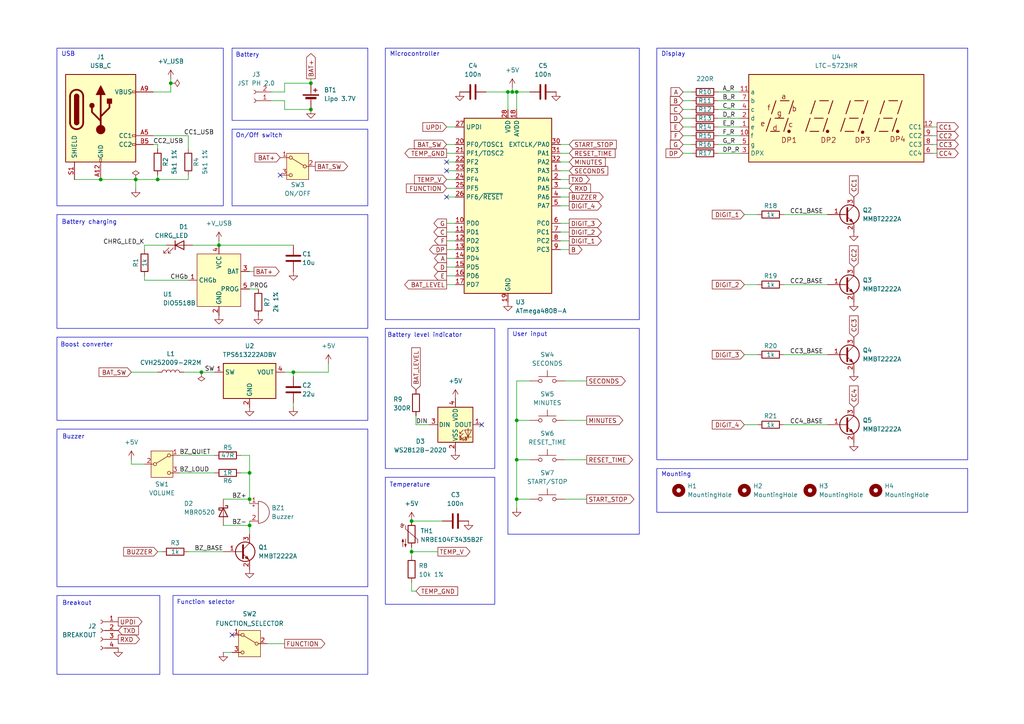
<source format=kicad_sch>
(kicad_sch (version 20231120) (generator "eeschema") (generator_version "8.0")
  (paper "A4")
  (title_block (title "Kitchen timer") (date "2024-09-03") (rev "v6.3") (company "TBR Designs") (comment 1 "Alarm configuration has become software"))
  (junction (at 45.72 52.07))
  (junction (at 85.09 107.95))
  (junction (at 72.39 144.78))
  (junction (at 72.39 137.16))
  (junction (at 119.38 151.13))
  (junction (at 72.39 152.4))
  (junction (at 148.59 26.67))
  (junction (at 90.17 31.75))
  (junction (at 149.86 121.92))
  (junction (at 147.32 26.67))
  (junction (at 63.5 71.12))
  (junction (at 49.53 24.13))
  (junction (at 149.86 26.67))
  (junction (at 39.37 52.07))
  (junction (at 90.17 24.13))
  (junction (at 58.42 107.95))
  (junction (at 149.86 144.78))
  (junction (at 29.21 52.07))
  (junction (at 149.86 133.35))
  (junction (at 119.38 160.02))
  (no_connect (at 139.7 123.19))
  (no_connect (at 129.54 46.99))
  (no_connect (at 129.54 57.15))
  (no_connect (at 81.28 50.8))
  (no_connect (at 67.31 184.15))
  (no_connect (at 129.54 49.53))
  (wire (pts (xy 77.47 186.69) (xy 82.55 186.69)))
  (wire (pts (xy 53.34 107.95) (xy 58.42 107.95)))
  (wire (pts (xy 227.33 82.55) (xy 240.03 82.55)))
  (wire (pts (xy 129.54 52.07) (xy 132.08 52.07)))
  (wire (pts (xy 119.38 168.91) (xy 119.38 171.45)))
  (wire (pts (xy 147.32 26.67) (xy 148.59 26.67)))
  (wire (pts (xy 153.67 110.49) (xy 149.86 110.49)))
  (wire (pts (xy 82.55 31.75) (xy 90.17 31.75)))
  (wire (pts (xy 163.83 133.35) (xy 170.18 133.35)))
  (wire (pts (xy 129.54 46.99) (xy 132.08 46.99)))
  (wire (pts (xy 45.72 41.91) (xy 45.72 43.18)))
  (wire (pts (xy 149.86 144.78) (xy 149.86 147.32)))
  (wire (pts (xy 45.72 52.07) (xy 54.61 52.07)))
  (wire (pts (xy 72.39 152.4) (xy 72.39 154.94)))
  (wire (pts (xy 227.33 102.87) (xy 240.03 102.87)))
  (wire (pts (xy 64.77 152.4) (xy 72.39 152.4)))
  (wire (pts (xy 38.1 107.95) (xy 45.72 107.95)))
  (wire (pts (xy 208.28 44.45) (xy 214.63 44.45)))
  (wire (pts (xy 72.39 78.74) (xy 73.66 78.74)))
  (wire (pts (xy 208.28 31.75) (xy 214.63 31.75)))
  (wire (pts (xy 85.09 107.95) (xy 95.25 107.95)))
  (wire (pts (xy 38.1 134.62) (xy 38.1 133.35)))
  (wire (pts (xy 63.5 71.12) (xy 85.09 71.12)))
  (wire (pts (xy 129.54 36.83) (xy 132.08 36.83)))
  (wire (pts (xy 129.54 82.55) (xy 132.08 82.55)))
  (wire (pts (xy 82.55 107.95) (xy 85.09 107.95)))
  (wire (pts (xy 148.59 26.67) (xy 148.59 25.4)))
  (wire (pts (xy 208.28 41.91) (xy 214.63 41.91)))
  (wire (pts (xy 149.86 26.67) (xy 148.59 26.67)))
  (wire (pts (xy 129.54 77.47) (xy 132.08 77.47)))
  (wire (pts (xy 39.37 52.07) (xy 39.37 54.61)))
  (wire (pts (xy 72.39 144.78) (xy 72.39 146.05)))
  (wire (pts (xy 198.12 39.37) (xy 200.66 39.37)))
  (wire (pts (xy 208.28 34.29) (xy 214.63 34.29)))
  (wire (pts (xy 82.55 29.21) (xy 78.74 29.21)))
  (wire (pts (xy 69.85 137.16) (xy 72.39 137.16)))
  (wire (pts (xy 271.78 36.83) (xy 270.51 36.83)))
  (wire (pts (xy 129.54 44.45) (xy 132.08 44.45)))
  (wire (pts (xy 62.23 137.16) (xy 52.07 137.16)))
  (wire (pts (xy 153.67 144.78) (xy 149.86 144.78)))
  (wire (pts (xy 198.12 26.67) (xy 200.66 26.67)))
  (wire (pts (xy 41.91 81.28) (xy 54.61 81.28)))
  (wire (pts (xy 129.54 64.77) (xy 132.08 64.77)))
  (wire (pts (xy 69.85 132.08) (xy 72.39 132.08)))
  (wire (pts (xy 45.72 50.8) (xy 45.72 52.07)))
  (wire (pts (xy 41.91 80.01) (xy 41.91 81.28)))
  (wire (pts (xy 72.39 83.82) (xy 74.93 83.82)))
  (wire (pts (xy 129.54 74.93) (xy 132.08 74.93)))
  (wire (pts (xy 85.09 118.11) (xy 85.09 116.84)))
  (wire (pts (xy 21.59 52.07) (xy 29.21 52.07)))
  (wire (pts (xy 198.12 31.75) (xy 200.66 31.75)))
  (wire (pts (xy 165.1 52.07) (xy 162.56 52.07)))
  (wire (pts (xy 208.28 39.37) (xy 214.63 39.37)))
  (wire (pts (xy 119.38 171.45) (xy 120.65 171.45)))
  (wire (pts (xy 165.1 49.53) (xy 162.56 49.53)))
  (wire (pts (xy 149.86 121.92) (xy 149.86 133.35)))
  (wire (pts (xy 95.25 107.95) (xy 95.25 105.41)))
  (wire (pts (xy 82.55 26.67) (xy 78.74 26.67)))
  (wire (pts (xy 129.54 54.61) (xy 132.08 54.61)))
  (wire (pts (xy 129.54 49.53) (xy 132.08 49.53)))
  (wire (pts (xy 140.97 26.67) (xy 147.32 26.67)))
  (wire (pts (xy 29.21 52.07) (xy 39.37 52.07)))
  (wire (pts (xy 227.33 123.19) (xy 240.03 123.19)))
  (wire (pts (xy 85.09 109.22) (xy 85.09 107.95)))
  (wire (pts (xy 147.32 31.75) (xy 147.32 26.67)))
  (wire (pts (xy 119.38 151.13) (xy 128.27 151.13)))
  (wire (pts (xy 44.45 41.91) (xy 45.72 41.91)))
  (wire (pts (xy 119.38 160.02) (xy 127 160.02)))
  (wire (pts (xy 120.65 123.19) (xy 124.46 123.19)))
  (wire (pts (xy 198.12 29.21) (xy 200.66 29.21)))
  (wire (pts (xy 129.54 69.85) (xy 132.08 69.85)))
  (wire (pts (xy 163.83 110.49) (xy 170.18 110.49)))
  (wire (pts (xy 39.37 52.07) (xy 45.72 52.07)))
  (wire (pts (xy 54.61 160.02) (xy 64.77 160.02)))
  (wire (pts (xy 198.12 36.83) (xy 200.66 36.83)))
  (wire (pts (xy 44.45 39.37) (xy 54.61 39.37)))
  (wire (pts (xy 129.54 41.91) (xy 132.08 41.91)))
  (wire (pts (xy 129.54 57.15) (xy 132.08 57.15)))
  (wire (pts (xy 208.28 29.21) (xy 214.63 29.21)))
  (wire (pts (xy 90.17 22.86) (xy 90.17 24.13)))
  (wire (pts (xy 129.54 80.01) (xy 132.08 80.01)))
  (wire (pts (xy 120.65 120.65) (xy 120.65 123.19)))
  (wire (pts (xy 49.53 24.13) (xy 49.53 26.67)))
  (wire (pts (xy 149.86 26.67) (xy 153.67 26.67)))
  (wire (pts (xy 63.5 69.85) (xy 63.5 71.12)))
  (wire (pts (xy 55.88 71.12) (xy 63.5 71.12)))
  (wire (pts (xy 72.39 132.08) (xy 72.39 137.16)))
  (wire (pts (xy 165.1 59.69) (xy 162.56 59.69)))
  (wire (pts (xy 149.86 110.49) (xy 149.86 121.92)))
  (wire (pts (xy 165.1 54.61) (xy 162.56 54.61)))
  (wire (pts (xy 215.9 82.55) (xy 219.71 82.55)))
  (wire (pts (xy 271.78 41.91) (xy 270.51 41.91)))
  (wire (pts (xy 165.1 72.39) (xy 162.56 72.39)))
  (wire (pts (xy 72.39 137.16) (xy 72.39 144.78)))
  (wire (pts (xy 165.1 57.15) (xy 162.56 57.15)))
  (wire (pts (xy 165.1 67.31) (xy 162.56 67.31)))
  (wire (pts (xy 165.1 69.85) (xy 162.56 69.85)))
  (wire (pts (xy 215.9 62.23) (xy 219.71 62.23)))
  (wire (pts (xy 119.38 160.02) (xy 119.38 161.29)))
  (wire (pts (xy 82.55 24.13) (xy 82.55 26.67)))
  (wire (pts (xy 227.33 62.23) (xy 240.03 62.23)))
  (wire (pts (xy 198.12 34.29) (xy 200.66 34.29)))
  (wire (pts (xy 208.28 36.83) (xy 214.63 36.83)))
  (wire (pts (xy 58.42 107.95) (xy 62.23 107.95)))
  (wire (pts (xy 198.12 41.91) (xy 200.66 41.91)))
  (wire (pts (xy 271.78 44.45) (xy 270.51 44.45)))
  (wire (pts (xy 208.28 26.67) (xy 214.63 26.67)))
  (wire (pts (xy 41.91 71.12) (xy 41.91 72.39)))
  (wire (pts (xy 271.78 39.37) (xy 270.51 39.37)))
  (wire (pts (xy 165.1 64.77) (xy 162.56 64.77)))
  (wire (pts (xy 215.9 123.19) (xy 219.71 123.19)))
  (wire (pts (xy 48.26 71.12) (xy 41.91 71.12)))
  (wire (pts (xy 165.1 44.45) (xy 162.56 44.45)))
  (wire (pts (xy 163.83 121.92) (xy 170.18 121.92)))
  (wire (pts (xy 72.39 151.13) (xy 72.39 152.4)))
  (wire (pts (xy 54.61 39.37) (xy 54.61 43.18)))
  (wire (pts (xy 129.54 67.31) (xy 132.08 67.31)))
  (wire (pts (xy 49.53 26.67) (xy 44.45 26.67)))
  (wire (pts (xy 153.67 121.92) (xy 149.86 121.92)))
  (wire (pts (xy 163.83 144.78) (xy 170.18 144.78)))
  (wire (pts (xy 64.77 144.78) (xy 72.39 144.78)))
  (wire (pts (xy 49.53 22.86) (xy 49.53 24.13)))
  (wire (pts (xy 129.54 72.39) (xy 132.08 72.39)))
  (wire (pts (xy 153.67 133.35) (xy 149.86 133.35)))
  (wire (pts (xy 149.86 31.75) (xy 149.86 26.67)))
  (wire (pts (xy 82.55 29.21) (xy 82.55 31.75)))
  (wire (pts (xy 54.61 50.8) (xy 54.61 52.07)))
  (wire (pts (xy 215.9 102.87) (xy 219.71 102.87)))
  (wire (pts (xy 82.55 24.13) (xy 90.17 24.13)))
  (wire (pts (xy 165.1 41.91) (xy 162.56 41.91)))
  (wire (pts (xy 165.1 46.99) (xy 162.56 46.99)))
  (wire (pts (xy 64.77 189.23) (xy 67.31 189.23)))
  (wire (pts (xy 198.12 44.45) (xy 200.66 44.45)))
  (wire (pts (xy 62.23 132.08) (xy 52.07 132.08)))
  (wire (pts (xy 45.72 160.02) (xy 46.99 160.02)))
  (wire (pts (xy 119.38 158.75) (xy 119.38 160.02)))
  (wire (pts (xy 149.86 133.35) (xy 149.86 144.78)))
  (wire (pts (xy 41.91 134.62) (xy 38.1 134.62)))
  (rectangle (start 16.51 172.72) (end 46.355 195.58))
  (rectangle (start 190.5 135.89) (end 280.67 148.59))
  (rectangle (start 111.76 95.25) (end 143.51 135.89))
  (rectangle (start 67.31 13.97) (end 106.68 34.925))
  (rectangle (start 190.5 13.97) (end 280.67 133.35))
  (rectangle (start 16.51 97.79) (end 106.68 121.92))
  (rectangle (start 111.76 13.97) (end 185.42 92.71))
  (rectangle (start 67.31 37.465) (end 106.68 59.69))
  (rectangle (start 50.165 172.72) (end 106.68 195.58))
  (rectangle (start 16.51 62.23) (end 106.68 95.25))
  (rectangle (start 111.76 138.43) (end 143.51 175.26))
  (rectangle (start 16.51 124.46) (end 106.68 170.18))
  (rectangle (start 16.51 13.97) (end 64.77 59.69))
  (rectangle (start 147.32 95.25) (end 185.42 154.94))
  (text "Buzzer" (at 18.034 127.508 0) (effects (font (size 1.27 1.27)) (justify left bottom)))
  (text "Temperature" (at 118.872 140.716 0) (effects (font (size 1.27 1.27))))
  (text "Breakout" (at 18.034 175.768 0) (effects (font (size 1.27 1.27)) (justify left bottom)))
  (text "Battery charging" (at 25.908 64.516 0) (effects (font (size 1.27 1.27))))
  (text "Display" (at 191.77 16.51 0) (effects (font (size 1.27 1.27)) (justify left bottom)))
  (text "Boost converter" (at 25.146 100.076 0) (effects (font (size 1.27 1.27))))
  (text "Battery level indicator" (at 123.19 97.282 0) (effects (font (size 1.27 1.27))))
  (text "Function selector" (at 59.69 174.752 0) (effects (font (size 1.27 1.27))))
  (text "Battery" (at 68.326 16.764 0) (effects (font (size 1.27 1.27)) (justify left bottom)))
  (text "USB" (at 17.78 16.51 0) (effects (font (size 1.27 1.27)) (justify left bottom)))
  (text "User input" (at 148.59 97.79 0) (effects (font (size 1.27 1.27)) (justify left bottom)))
  (text "Mounting" (at 191.77 138.43 0) (effects (font (size 1.27 1.27)) (justify left bottom)))
  (text "Microcontroller" (at 113.03 16.51 0) (effects (font (size 1.27 1.27)) (justify left bottom)))
  (text "On/Off switch" (at 68.326 40.132 0) (effects (font (size 1.27 1.27)) (justify left bottom)))
  (label "E_R" (at 209.55 36.83 0))
  (label "PROG" (at 72.39 83.82 0))
  (label "CC2_BASE" (at 238.76 82.55 180))
  (label "BZ+" (at 67.31 144.78 0))
  (label "G_R" (at 209.55 41.91 0))
  (label "CHGb" (at 54.61 81.28 180))
  (label "BZ_LOUD" (at 52.07 137.16 0))
  (label "CC2_USB" (at 44.45 41.91 0))
  (label "BZ_QUIET" (at 52.07 132.08 0))
  (label "CC1_BASE" (at 238.76 62.23 180))
  (label "DP_R" (at 209.55 44.45 0))
  (label "CHRG_LED_K" (at 41.91 71.12 180))
  (label "CC3_BASE" (at 238.76 102.87 180))
  (label "D_R" (at 209.55 34.29 0))
  (label "B_R" (at 209.55 29.21 0))
  (label "A_R" (at 209.55 26.67 0))
  (label "DIN" (at 120.65 123.19 0))
  (label "C_R" (at 209.55 31.75 0))
  (label "SW" (at 62.23 107.95 180))
  (label "F_R" (at 209.55 39.37 0))
  (label "CC4_BASE" (at 238.76 123.19 180))
  (label "CC1_USB" (at 53.34 39.37 0))
  (label "BZ_BASE" (at 64.77 160.02 180))
  (label "BZ-" (at 67.31 152.4 0))
  (global_label "RESET_TIME" (shape output) (at 170.18 133.35 0) (property "Intersheetrefs" "${INTERSHEET_REFS}" (effects (hide yes))))
  (global_label "E" (shape input) (at 198.12 36.83 180) (property "Intersheetrefs" "${INTERSHEET_REFS}" (effects (hide yes))))
  (global_label "BAT_LEVEL" (shape output) (at 129.54 82.55 180) (property "Intersheetrefs" "${INTERSHEET_REFS}" (effects (hide yes))))
  (global_label "CC3" (shape input) (at 247.65 97.79 90) (property "Intersheetrefs" "${INTERSHEET_REFS}" (effects (hide yes))))
  (global_label "TEMP_GND" (shape output) (at 129.54 44.45 180) (property "Intersheetrefs" "${INTERSHEET_REFS}" (effects (hide yes))))
  (global_label "FUNCTION" (shape output) (at 82.55 186.69 0) (property "Intersheetrefs" "${INTERSHEET_REFS}" (effects (hide yes))))
  (global_label "DP" (shape output) (at 129.54 72.39 180) (property "Intersheetrefs" "${INTERSHEET_REFS}" (effects (hide yes))))
  (global_label "RESET_TIME" (shape input) (at 165.1 44.45 0) (property "Intersheetrefs" "${INTERSHEET_REFS}" (effects (hide yes))))
  (global_label "BAT_SW" (shape input) (at 38.1 107.95 180) (property "Intersheetrefs" "${INTERSHEET_REFS}" (effects (hide yes))))
  (global_label "RXD" (shape output) (at 34.29 185.42 0) (property "Intersheetrefs" "${INTERSHEET_REFS}" (effects (hide yes))))
  (global_label "BAT_SW" (shape output) (at 91.44 48.26 0) (property "Intersheetrefs" "${INTERSHEET_REFS}" (effects (hide yes))))
  (global_label "DIGIT_2" (shape output) (at 165.1 67.31 0) (property "Intersheetrefs" "${INTERSHEET_REFS}" (effects (hide yes))))
  (global_label "UPDI" (shape input) (at 129.54 36.83 180) (property "Intersheetrefs" "${INTERSHEET_REFS}" (effects (hide yes))))
  (global_label "SECONDS" (shape input) (at 165.1 49.53 0) (property "Intersheetrefs" "${INTERSHEET_REFS}" (effects (hide yes))))
  (global_label "TEMP_GND" (shape input) (at 120.65 171.45 0) (property "Intersheetrefs" "${INTERSHEET_REFS}" (effects (hide yes))))
  (global_label "B" (shape input) (at 198.12 29.21 180) (property "Intersheetrefs" "${INTERSHEET_REFS}" (effects (hide yes))))
  (global_label "CC1" (shape output) (at 271.78 36.83 0) (property "Intersheetrefs" "${INTERSHEET_REFS}" (effects (hide yes))))
  (global_label "CC3" (shape output) (at 271.78 41.91 0) (property "Intersheetrefs" "${INTERSHEET_REFS}" (effects (hide yes))))
  (global_label "RXD" (shape input) (at 165.1 54.61 0) (property "Intersheetrefs" "${INTERSHEET_REFS}" (effects (hide yes))))
  (global_label "DIGIT_3" (shape input) (at 215.9 102.87 180) (property "Intersheetrefs" "${INTERSHEET_REFS}" (effects (hide yes))))
  (global_label "BAT+" (shape input) (at 81.28 45.72 180) (property "Intersheetrefs" "${INTERSHEET_REFS}" (effects (hide yes))))
  (global_label "A" (shape input) (at 198.12 26.67 180) (property "Intersheetrefs" "${INTERSHEET_REFS}" (effects (hide yes))))
  (global_label "TEMP_V" (shape output) (at 127 160.02 0) (property "Intersheetrefs" "${INTERSHEET_REFS}" (effects (hide yes))))
  (global_label "D" (shape input) (at 198.12 34.29 180) (property "Intersheetrefs" "${INTERSHEET_REFS}" (effects (hide yes))))
  (global_label "BAT+" (shape output) (at 73.66 78.74 0) (property "Intersheetrefs" "${INTERSHEET_REFS}" (effects (hide yes))))
  (global_label "BUZZER" (shape output) (at 165.1 57.15 0) (property "Intersheetrefs" "${INTERSHEET_REFS}" (effects (hide yes))))
  (global_label "DIGIT_1" (shape input) (at 215.9 62.23 180) (property "Intersheetrefs" "${INTERSHEET_REFS}" (effects (hide yes))))
  (global_label "DIGIT_3" (shape output) (at 165.1 64.77 0) (property "Intersheetrefs" "${INTERSHEET_REFS}" (effects (hide yes))))
  (global_label "SECONDS" (shape output) (at 170.18 110.49 0) (property "Intersheetrefs" "${INTERSHEET_REFS}" (effects (hide yes))))
  (global_label "D" (shape output) (at 129.54 77.47 180) (property "Intersheetrefs" "${INTERSHEET_REFS}" (effects (hide yes))))
  (global_label "CC4" (shape output) (at 271.78 44.45 0) (property "Intersheetrefs" "${INTERSHEET_REFS}" (effects (hide yes))))
  (global_label "BAT_SW" (shape input) (at 129.54 41.91 180) (property "Intersheetrefs" "${INTERSHEET_REFS}" (effects (hide yes))))
  (global_label "TXD" (shape output) (at 165.1 52.07 0) (property "Intersheetrefs" "${INTERSHEET_REFS}" (effects (hide yes))))
  (global_label "BAT_LEVEL" (shape input) (at 120.65 113.03 90) (property "Intersheetrefs" "${INTERSHEET_REFS}" (effects (hide yes))))
  (global_label "CC2" (shape input) (at 247.65 77.47 90) (property "Intersheetrefs" "${INTERSHEET_REFS}" (effects (hide yes))))
  (global_label "START_STOP" (shape input) (at 165.1 41.91 0) (property "Intersheetrefs" "${INTERSHEET_REFS}" (effects (hide yes))))
  (global_label "DIGIT_1" (shape output) (at 165.1 69.85 0) (property "Intersheetrefs" "${INTERSHEET_REFS}" (effects (hide yes))))
  (global_label "B" (shape output) (at 165.1 72.39 0) (property "Intersheetrefs" "${INTERSHEET_REFS}" (effects (hide yes))))
  (global_label "A" (shape output) (at 129.54 74.93 180) (property "Intersheetrefs" "${INTERSHEET_REFS}" (effects (hide yes))))
  (global_label "BAT+" (shape output) (at 90.17 22.86 90) (property "Intersheetrefs" "${INTERSHEET_REFS}" (effects (hide yes))))
  (global_label "TXD" (shape input) (at 34.29 182.88 0) (property "Intersheetrefs" "${INTERSHEET_REFS}" (effects (hide yes))))
  (global_label "F" (shape output) (at 129.54 69.85 180) (property "Intersheetrefs" "${INTERSHEET_REFS}" (effects (hide yes))))
  (global_label "G" (shape output) (at 129.54 64.77 180) (property "Intersheetrefs" "${INTERSHEET_REFS}" (effects (hide yes))))
  (global_label "C" (shape input) (at 198.12 31.75 180) (property "Intersheetrefs" "${INTERSHEET_REFS}" (effects (hide yes))))
  (global_label "MINUTES" (shape input) (at 165.1 46.99 0) (property "Intersheetrefs" "${INTERSHEET_REFS}" (effects (hide yes))))
  (global_label "CC1" (shape input) (at 247.65 57.15 90) (property "Intersheetrefs" "${INTERSHEET_REFS}" (effects (hide yes))))
  (global_label "F" (shape input) (at 198.12 39.37 180) (property "Intersheetrefs" "${INTERSHEET_REFS}" (effects (hide yes))))
  (global_label "TEMP_V" (shape input) (at 129.54 52.07 180) (property "Intersheetrefs" "${INTERSHEET_REFS}" (effects (hide yes))))
  (global_label "DIGIT_4" (shape input) (at 215.9 123.19 180) (property "Intersheetrefs" "${INTERSHEET_REFS}" (effects (hide yes))))
  (global_label "BUZZER" (shape input) (at 45.72 160.02 180) (property "Intersheetrefs" "${INTERSHEET_REFS}" (effects (hide yes))))
  (global_label "CC4" (shape input) (at 247.65 118.11 90) (property "Intersheetrefs" "${INTERSHEET_REFS}" (effects (hide yes))))
  (global_label "MINUTES" (shape output) (at 170.18 121.92 0) (property "Intersheetrefs" "${INTERSHEET_REFS}" (effects (hide yes))))
  (global_label "UPDI" (shape output) (at 34.29 180.34 0) (property "Intersheetrefs" "${INTERSHEET_REFS}" (effects (hide yes))))
  (global_label "CC2" (shape output) (at 271.78 39.37 0) (property "Intersheetrefs" "${INTERSHEET_REFS}" (effects (hide yes))))
  (global_label "DIGIT_4" (shape output) (at 165.1 59.69 0) (property "Intersheetrefs" "${INTERSHEET_REFS}" (effects (hide yes))))
  (global_label "C" (shape output) (at 129.54 67.31 180) (property "Intersheetrefs" "${INTERSHEET_REFS}" (effects (hide yes))))
  (global_label "DIGIT_2" (shape input) (at 215.9 82.55 180) (property "Intersheetrefs" "${INTERSHEET_REFS}" (effects (hide yes))))
  (global_label "E" (shape output) (at 129.54 80.01 180) (property "Intersheetrefs" "${INTERSHEET_REFS}" (effects (hide yes))))
  (global_label "FUNCTION" (shape input) (at 129.54 54.61 180) (property "Intersheetrefs" "${INTERSHEET_REFS}" (effects (hide yes))))
  (global_label "START_STOP" (shape output) (at 170.18 144.78 0) (property "Intersheetrefs" "${INTERSHEET_REFS}" (effects (hide yes))))
  (global_label "DP" (shape input) (at 198.12 44.45 180) (property "Intersheetrefs" "${INTERSHEET_REFS}" (effects (hide yes))))
  (global_label "G" (shape input) (at 198.12 41.91 180) (property "Intersheetrefs" "${INTERSHEET_REFS}" (effects (hide yes))))
  (symbol (lib_id "00_local:R") (at 204.47 26.67 90) (unit 1)
    (property "Reference" "R10" (at 204.47 26.67 90))
    (property "Value" "220R" (at 204.47 22.86 90))
    (property "Footprint" "00_local:R_0805_2012Metric_Pad1.20x1.40mm_HandSolder" (effects (hide yes)))
    (property "Description" "Resistor" (effects (hide yes)))
  )
  (symbol (lib_id "00_local:PWR_FLAG") (at 49.53 24.13 270) (unit 1)
    (property "Reference" "#FLG02" (effects (hide yes)))
    (property "Value" "PWR_FLAG" (effects (hide yes)))
    (property "Description" "Special symbol for telling ERC where power comes from" (effects (hide yes)))
  )
  (symbol (lib_id "00_local:GND") (at 72.39 165.1 0) (unit 1)
    (property "Reference" "#PWR09" (effects (hide yes)))
    (property "Value" "GND" (effects (hide yes)))
    (property "Description" "Power symbol creates a global label with name \"GND\" , ground" (effects (hide yes)))
  )
  (symbol (lib_id "00_local:R") (at 223.52 82.55 90) (unit 1)
    (property "Reference" "R19" (at 223.52 80.01 90))
    (property "Value" "1k" (at 223.52 82.55 90))
    (property "Footprint" "00_local:R_0805_2012Metric_Pad1.20x1.40mm_HandSolder" (effects (hide yes)))
    (property "Description" "Resistor" (effects (hide yes)))
  )
  (symbol (lib_id "00_local:+5V") (at 38.1 133.35 0) (unit 1)
    (property "Reference" "#PWR02" (effects (hide yes)))
    (property "Value" "+5V" (at 38.1 128.27 0))
    (property "Description" "Power symbol creates a global label with name \"+5V\"" (effects (hide yes)))
  )
  (symbol (lib_id "00_local:MMBT2222A") (at 245.11 62.23 0) (unit 1)
    (property "Reference" "Q2" (at 250.19 60.9599 0) (effects (justify left)))
    (property "Value" "MMBT2222A" (at 250.19 63.4999 0) (effects (justify left)))
    (property "Footprint" "00_local:SOT-23-3" (effects (hide yes)))
    (property "Datasheet" "https://www.mouser.be/datasheet/2/258/MMBT2222A_SOT_23_-3423314.pdf" (effects (hide yes)))
    (property "Description" "0.6A Ic, 40V Vce, NPN Transistor, SOT-23" (effects (hide yes)))
  )
  (symbol (lib_id "00_local:C") (at 132.08 151.13 270) (unit 1)
    (property "Reference" "C3" (at 132.08 143.51 90))
    (property "Value" "100n" (at 132.08 146.05 90))
    (property "Footprint" "00_local:C_0805_2012Metric_Pad1.18x1.45mm_HandSolder" (effects (hide yes)))
    (property "Description" "Unpolarized capacitor" (effects (hide yes)))
  )
  (symbol (lib_id "00_local:R") (at 120.65 116.84 180) (unit 1)
    (property "Reference" "R9" (at 114.046 115.824 0) (effects (justify right)))
    (property "Value" "300R" (at 114.046 118.364 0) (effects (justify right)))
    (property "Footprint" "00_local:R_0805_2012Metric_Pad1.20x1.40mm_HandSolder" (effects (hide yes)))
    (property "Description" "Resistor" (effects (hide yes)))
  )
  (symbol (lib_id "00_local:DIO5518B") (at 63.5 81.28 0) (unit 1)
    (property "Reference" "U1" (at 47.244 85.344 0) (effects (justify left)))
    (property "Value" "DIO5518B" (at 47.244 87.884 0) (effects (justify left)))
    (property "Footprint" "00_local:SOT-23-5" (effects (hide yes)))
    (property "Datasheet" "https://www.mouser.be/datasheet/2/802/dimi_s_a0009241970_1-2295083.pdf" (effects (hide yes)))
    (property "Description" "500mA Single Li-ion Battery Charger" (effects (hide yes)))
    (property "Source" "https://www.mouser.be/ProductDetail/DIOO-Microcircuits/DIO5518BST5?qs=%252BEew9%252B0nqrDWUKQb5S0MHA%3D%3D" (effects (hide yes)))
  )
  (symbol (lib_id "00_local:WS2812B-2020") (at 132.08 123.19 0) (unit 1)
    (property "Reference" "D3" (at 121.92 128.016 0))
    (property "Value" "WS2812B-2020" (at 121.92 130.556 0))
    (property "Footprint" "00_local:LED_WS2812B-2020_2.0x2.0mm" (effects (hide yes)))
    (property "Datasheet" "https://cdn-shop.adafruit.com/product-files/4684/4684_WS2812B-2020_V1.3_EN.pdf" (effects (hide yes)))
    (property "Description" "RGB LED with integrated controller, 2.0 x 2.0 mm, 12 mA" (effects (hide yes)))
  )
  (symbol (lib_id "00_local:GND") (at 247.65 87.63 0) (unit 1)
    (property "Reference" "#PWR025" (effects (hide yes)))
    (property "Value" "GND" (effects (hide yes)))
    (property "Description" "Power symbol creates a global label with name \"GND\" , ground" (effects (hide yes)))
  )
  (symbol (lib_id "00_local:LED") (at 52.07 71.12 0) (unit 1)
    (property "Reference" "D1" (at 54.61 65.786 0) (effects (justify right)))
    (property "Value" "CHRG_LED" (at 54.61 68.326 0) (effects (justify right)))
    (property "Footprint" "00_local:D_0805_2012Metric_Pad1.15x1.40mm_HandSolder" (effects (hide yes)))
    (property "Description" "Light emitting diode" (effects (hide yes)))
  )
  (symbol (lib_id "00_local:GND") (at 149.86 147.32 0) (unit 1)
    (property "Reference" "#PWR022" (effects (hide yes)))
    (property "Value" "GND" (effects (hide yes)))
    (property "Description" "Power symbol creates a global label with name \"GND\" , ground" (effects (hide yes)))
  )
  (symbol (lib_id "00_local:R") (at 66.04 137.16 270) (unit 1)
    (property "Reference" "R6" (at 66.04 139.446 90))
    (property "Value" "1R" (at 66.04 137.16 90))
    (property "Footprint" "00_local:R_0805_2012Metric_Pad1.20x1.40mm_HandSolder" (effects (hide yes)))
    (property "Description" "Resistor" (effects (hide yes)))
  )
  (symbol (lib_id "00_local:GND") (at 247.65 67.31 0) (unit 1)
    (property "Reference" "#PWR024" (effects (hide yes)))
    (property "Value" "GND" (effects (hide yes)))
    (property "Description" "Power symbol creates a global label with name \"GND\" , ground" (effects (hide yes)))
  )
  (symbol (lib_id "00_local:R") (at 204.47 39.37 90) (unit 1)
    (property "Reference" "R15" (at 204.47 39.37 90))
    (property "Value" "220R" (effects (hide yes)))
    (property "Footprint" "00_local:R_0805_2012Metric_Pad1.20x1.40mm_HandSolder" (effects (hide yes)))
    (property "Description" "Resistor" (effects (hide yes)))
  )
  (symbol (lib_id "00_local:SW_SPDT") (at 86.36 48.26 0) (mirror y) (unit 1)
    (property "Reference" "SW3" (at 86.36 53.594 0))
    (property "Value" "ON/OFF" (at 86.36 56.134 0))
    (property "Footprint" "00_local:SW_Slide_SPDT_MINI" (effects (hide yes)))
    (property "Description" "Switch, single pole double throw" (effects (hide yes)))
  )
  (symbol (lib_id "00_local:R") (at 204.47 44.45 90) (unit 1)
    (property "Reference" "R17" (at 204.47 44.45 90))
    (property "Value" "220R" (effects (hide yes)))
    (property "Footprint" "00_local:R_0805_2012Metric_Pad1.20x1.40mm_HandSolder" (effects (hide yes)))
    (property "Description" "Resistor" (effects (hide yes)))
  )
  (symbol (lib_id "00_local:TPS613222ADBV") (at 72.39 110.49 0) (unit 1)
    (property "Reference" "U2" (at 72.39 100.33 0))
    (property "Value" "TPS613222ADBV" (at 72.39 102.87 0))
    (property "Footprint" "00_local:SOT-23-5" (effects (hide yes)))
    (property "Datasheet" "http://www.ti.com/lit/ds/symlink/tps61322.pdf" (effects (hide yes)))
    (property "Description" "1.8A Step-Up Converter, 5V Output Voltage, 0.9-5.5V Input Voltage, SOT-23-5" (effects (hide yes)))
  )
  (symbol (lib_id "00_local:GND") (at 72.39 118.11 0) (unit 1)
    (property "Reference" "#PWR08" (effects (hide yes)))
    (property "Value" "GND" (effects (hide yes)))
    (property "Description" "Power symbol creates a global label with name \"GND\" , ground" (effects (hide yes)))
  )
  (symbol (lib_id "00_local:GND") (at 133.35 26.67 0) (unit 1)
    (property "Reference" "#PWR018" (effects (hide yes)))
    (property "Value" "GND" (effects (hide yes)))
    (property "Description" "Power symbol creates a global label with name \"GND\" , ground" (effects (hide yes)))
  )
  (symbol (lib_id "00_local:R") (at 119.38 165.1 180) (unit 1)
    (property "Reference" "R8" (at 121.412 164.084 0) (effects (justify right)))
    (property "Value" "10k 1%" (at 121.412 166.624 0) (effects (justify right)))
    (property "Footprint" "00_local:R_0805_2012Metric_Pad1.20x1.40mm_HandSolder" (effects (hide yes)))
    (property "Description" "Resistor" (effects (hide yes)))
  )
  (symbol (lib_id "00_local:SW_SPDT") (at 46.99 134.62 0) (unit 1)
    (property "Reference" "SW1" (at 46.99 140.462 0))
    (property "Value" "VOLUME" (at 46.99 143.002 0))
    (property "Footprint" "00_local:SW_Slide_SPDT_MINI" (effects (hide yes)))
    (property "Description" "Switch, single pole double throw" (effects (hide yes)))
    (property "Loud" "Loud" (effects (hide yes)))
    (property "Quiet" "Quiet" (effects (hide yes)))
  )
  (symbol (lib_id "00_local:PWR_FLAG") (at 58.42 107.95 180) (unit 1)
    (property "Reference" "#FLG03" (effects (hide yes)))
    (property "Value" "PWR_FLAG" (effects (hide yes)))
    (property "Description" "Special symbol for telling ERC where power comes from" (effects (hide yes)))
  )
  (symbol (lib_id "00_local:R") (at 74.93 87.63 180) (unit 1)
    (property "Reference" "R7" (at 77.47 87.63 90))
    (property "Value" "2k 1%" (at 80.01 87.63 90))
    (property "Footprint" "00_local:R_0805_2012Metric_Pad1.20x1.40mm_HandSolder" (effects (hide yes)))
    (property "Description" "Resistor" (effects (hide yes)))
  )
  (symbol (lib_id "00_local:C") (at 157.48 26.67 270) (unit 1)
    (property "Reference" "C5" (at 157.48 19.05 90))
    (property "Value" "100n" (at 157.48 21.59 90))
    (property "Footprint" "00_local:C_0805_2012Metric_Pad1.18x1.45mm_HandSolder" (effects (hide yes)))
    (property "Description" "Unpolarized capacitor" (effects (hide yes)))
  )
  (symbol (lib_id "00_local:USB_C_Receptacle_PowerOnly_6P") (at 29.21 34.29 0) (unit 1)
    (property "Reference" "J1" (at 29.21 16.51 0))
    (property "Value" "USB_C" (at 29.21 19.05 0))
    (property "Footprint" "00_local:USB_C_Receptacle_GCT_USB4125-xx-x-0190_6P_TopMnt_Horizontal" (effects (hide yes)))
    (property "Datasheet" "https://www.usb.org/sites/default/files/documents/usb_type-c.zip" (effects (hide yes)))
    (property "Description" "USB Power-Only 6P Type-C Receptacle connector" (effects (hide yes)))
  )
  (symbol (lib_id "00_local:R") (at 45.72 46.99 180) (unit 1)
    (property "Reference" "R2" (at 48.006 46.99 90))
    (property "Value" "5k1 1%" (at 50.546 46.99 90))
    (property "Footprint" "00_local:R_0805_2012Metric_Pad1.20x1.40mm_HandSolder" (effects (hide yes)))
    (property "Description" "Resistor" (effects (hide yes)))
  )
  (symbol (lib_id "00_local:SW_Push") (at 158.75 133.35 0) (unit 1)
    (property "Reference" "SW6" (at 158.75 125.73 0))
    (property "Value" "RESET_TIME" (at 158.75 128.27 0))
    (property "Footprint" "00_local:SW_PUSH_6mm" (effects (hide yes)))
    (property "Description" "Push button switch, generic, two pins" (effects (hide yes)))
  )
  (symbol (lib_id "00_local:+5V") (at 119.38 151.13 0) (unit 1)
    (property "Reference" "#PWR015" (effects (hide yes)))
    (property "Value" "+5V" (at 119.38 146.05 0))
    (property "Description" "Power symbol creates a global label with name \"+5V\"" (effects (hide yes)))
  )
  (symbol (lib_id "00_local:R") (at 41.91 76.2 180) (unit 1)
    (property "Reference" "R1" (at 39.37 76.2 90))
    (property "Value" "1k" (at 41.91 76.2 90))
    (property "Footprint" "00_local:R_0805_2012Metric_Pad1.20x1.40mm_HandSolder" (effects (hide yes)))
    (property "Description" "Resistor" (effects (hide yes)))
  )
  (symbol (lib_id "00_local:+5V") (at 63.5 69.85 0) (unit 1)
    (property "Reference" "#PWR05" (effects (hide yes)))
    (property "Value" "+V_USB" (at 63.5 64.77 0))
    (property "Description" "Power symbol creates a global label with name \"+5V\"" (effects (hide yes)))
  )
  (symbol (lib_id "00_local:MMBT2222A") (at 245.11 123.19 0) (unit 1)
    (property "Reference" "Q5" (at 250.19 121.9199 0) (effects (justify left)))
    (property "Value" "MMBT2222A" (at 250.19 124.4599 0) (effects (justify left)))
    (property "Footprint" "00_local:SOT-23-3" (effects (hide yes)))
    (property "Datasheet" "https://www.mouser.be/datasheet/2/258/MMBT2222A_SOT_23_-3423314.pdf" (effects (hide yes)))
    (property "Description" "0.6A Ic, 40V Vce, NPN Transistor, SOT-23" (effects (hide yes)))
  )
  (symbol (lib_id "00_local:MountingHole") (at 196.85 142.24 0) (unit 1)
    (property "Reference" "H1" (at 199.39 140.97 0) (effects (justify left)))
    (property "Value" "MountingHole" (at 199.39 143.51 0) (effects (justify left)))
    (property "Footprint" "00_local:MountingHole_3.2mm_M3" (effects (hide yes)))
    (property "Description" "Mounting Hole without connection" (effects (hide yes)))
  )
  (symbol (lib_id "00_local:GND") (at 247.65 128.27 0) (unit 1)
    (property "Reference" "#PWR027" (effects (hide yes)))
    (property "Value" "GND" (effects (hide yes)))
    (property "Description" "Power symbol creates a global label with name \"GND\" , ground" (effects (hide yes)))
  )
  (symbol (lib_id "00_local:SW_Push") (at 158.75 144.78 0) (unit 1)
    (property "Reference" "SW7" (at 158.75 137.16 0))
    (property "Value" "START/STOP" (at 158.75 139.7 0))
    (property "Footprint" "00_local:SW_PUSH_6mm" (effects (hide yes)))
    (property "Description" "Push button switch, generic, two pins" (effects (hide yes)))
  )
  (symbol (lib_id "00_local:MMBT2222A") (at 245.11 102.87 0) (unit 1)
    (property "Reference" "Q4" (at 250.19 101.5999 0) (effects (justify left)))
    (property "Value" "MMBT2222A" (at 250.19 104.1399 0) (effects (justify left)))
    (property "Footprint" "00_local:SOT-23-3" (effects (hide yes)))
    (property "Datasheet" "https://www.mouser.be/datasheet/2/258/MMBT2222A_SOT_23_-3423314.pdf" (effects (hide yes)))
    (property "Description" "0.6A Ic, 40V Vce, NPN Transistor, SOT-23" (effects (hide yes)))
  )
  (symbol (lib_id "00_local:CC56-12EWA") (at 242.57 34.29 0) (unit 1)
    (property "Reference" "U4" (at 242.57 16.51 0))
    (property "Value" "LTC-5723HR" (at 242.57 19.05 0))
    (property "Footprint" "00_local:CA56-12EWA" (effects (hide yes)))
    (property "Datasheet" "http://www.kingbrightusa.com/images/catalog/SPEC/CA56-12EWA.pdf" (effects (hide yes)))
    (property "Description" "4 digit 7 segment high efficiency red LED, common cathode" (effects (hide yes)))
  )
  (symbol (lib_id "00_local:D_Schottky") (at 64.77 148.59 270) (unit 1)
    (property "Reference" "D2" (at 53.34 146.05 90) (effects (justify left)))
    (property "Value" "MBR0520" (at 53.34 148.59 90) (effects (justify left)))
    (property "Footprint" "00_local:D_SOD-123" (effects (hide yes)))
    (property "Description" "Schottky diode" (effects (hide yes)))
  )
  (symbol (lib_id "00_local:MountingHole") (at 234.95 142.24 0) (unit 1)
    (property "Reference" "H3" (at 237.49 140.97 0) (effects (justify left)))
    (property "Value" "MountingHole" (at 237.49 143.51 0) (effects (justify left)))
    (property "Footprint" "00_local:MountingHole_3.2mm_M3" (effects (hide yes)))
    (property "Description" "Mounting Hole without connection" (effects (hide yes)))
  )
  (symbol (lib_id "00_local:R") (at 204.47 29.21 90) (unit 1)
    (property "Reference" "R11" (at 204.47 29.21 90))
    (property "Value" "220R" (effects (hide yes)))
    (property "Footprint" "00_local:R_0805_2012Metric_Pad1.20x1.40mm_HandSolder" (effects (hide yes)))
    (property "Description" "Resistor" (effects (hide yes)))
  )
  (symbol (lib_id "00_local:ATmega4808-A") (at 147.32 59.69 0) (unit 1)
    (property "Reference" "U3" (at 149.5141 87.63 0) (effects (justify left)))
    (property "Value" "ATmega4808-A" (at 149.5141 90.17 0) (effects (justify left)))
    (property "Footprint" "00_local:TQFP-32_7x7mm_P0.8mm" (effects (hide yes)))
    (property "Datasheet" "http://ww1.microchip.com/downloads/en/DeviceDoc/40002017A.pdf" (effects (hide yes)))
    (property "Description" "20MHz, 48kB Flash, 6kB SRAM, 256B EEPROM, TQFP-32" (effects (hide yes)))
  )
  (symbol (lib_id "00_local:R") (at 54.61 46.99 180) (unit 1)
    (property "Reference" "R4" (at 56.896 46.99 90))
    (property "Value" "5k1 1%" (at 59.436 46.99 90))
    (property "Footprint" "00_local:R_0805_2012Metric_Pad1.20x1.40mm_HandSolder" (effects (hide yes)))
    (property "Description" "Resistor" (effects (hide yes)))
  )
  (symbol (lib_id "00_local:+5V") (at 132.08 115.57 0) (unit 1)
    (property "Reference" "#PWR016" (effects (hide yes)))
    (property "Value" "+5V" (at 132.08 110.49 0))
    (property "Description" "Power symbol creates a global label with name \"+5V\"" (effects (hide yes)))
  )
  (symbol (lib_id "00_local:GND") (at 135.89 151.13 0) (unit 1)
    (property "Reference" "#PWR019" (effects (hide yes)))
    (property "Value" "GND" (effects (hide yes)))
    (property "Description" "Power symbol creates a global label with name \"GND\" , ground" (effects (hide yes)))
  )
  (symbol (lib_id "00_local:Thermistor_NTC") (at 119.38 154.94 0) (unit 1)
    (property "Reference" "TH1" (at 121.92 153.9874 0) (effects (justify left)))
    (property "Value" "NRBE104F3435B2F" (at 121.92 156.5274 0) (effects (justify left)))
    (property "Footprint" "00_local:PinSocket_1x02_P2.54mm_Vertical" (effects (hide yes)))
    (property "Datasheet" "https://www.mouser.be/ProductDetail/504-NRBE104F3435B2F" (effects (hide yes)))
    (property "Description" "Temperature dependent resistor, negative temperature coefficient" (effects (hide yes)))
  )
  (symbol (lib_id "00_local:R") (at 204.47 36.83 90) (unit 1)
    (property "Reference" "R14" (at 204.47 36.83 90))
    (property "Value" "220R" (effects (hide yes)))
    (property "Footprint" "00_local:R_0805_2012Metric_Pad1.20x1.40mm_HandSolder" (effects (hide yes)))
    (property "Description" "Resistor" (effects (hide yes)))
  )
  (symbol (lib_id "00_local:MMBT2222A") (at 69.85 160.02 0) (unit 1)
    (property "Reference" "Q1" (at 74.93 158.7499 0) (effects (justify left)))
    (property "Value" "MMBT2222A" (at 74.93 161.2899 0) (effects (justify left)))
    (property "Footprint" "00_local:SOT-23-3" (effects (hide yes)))
    (property "Datasheet" "https://www.mouser.be/datasheet/2/258/MMBT2222A_SOT_23_-3423314.pdf" (effects (hide yes)))
    (property "Description" "0.6A Ic, 40V Vce, NPN Transistor, SOT-23" (effects (hide yes)))
  )
  (symbol (lib_id "00_local:GND") (at 34.29 187.96 0) (mirror y) (unit 1)
    (property "Reference" "#PWR01" (effects (hide yes)))
    (property "Value" "GND" (effects (hide yes)))
    (property "Description" "Power symbol creates a global label with name \"GND\" , ground" (effects (hide yes)))
  )
  (symbol (lib_id "00_local:R") (at 50.8 160.02 90) (unit 1)
    (property "Reference" "R3" (at 50.8 157.48 90))
    (property "Value" "1k" (at 50.8 160.02 90))
    (property "Footprint" "00_local:R_0805_2012Metric_Pad1.20x1.40mm_HandSolder" (effects (hide yes)))
    (property "Description" "Resistor" (effects (hide yes)))
  )
  (symbol (lib_id "00_local:MountingHole") (at 254 142.24 0) (unit 1)
    (property "Reference" "H4" (at 256.54 140.97 0) (effects (justify left)))
    (property "Value" "MountingHole" (at 256.54 143.51 0) (effects (justify left)))
    (property "Footprint" "00_local:MountingHole_3.2mm_M3" (effects (hide yes)))
    (property "Description" "Mounting Hole without connection" (effects (hide yes)))
  )
  (symbol (lib_id "00_local:C") (at 85.09 113.03 0) (unit 1)
    (property "Reference" "C2" (at 87.63 111.76 0) (effects (justify left)))
    (property "Value" "22u" (at 87.63 114.3 0) (effects (justify left)))
    (property "Footprint" "00_local:C_0805_2012Metric_Pad1.18x1.45mm_HandSolder" (effects (hide yes)))
    (property "Description" "Unpolarized capacitor" (effects (hide yes)))
  )
  (symbol (lib_id "00_local:GND") (at 74.93 91.44 0) (unit 1)
    (property "Reference" "#PWR010" (effects (hide yes)))
    (property "Value" "GND" (effects (hide yes)))
    (property "Description" "Power symbol creates a global label with name \"GND\" , ground" (effects (hide yes)))
  )
  (symbol (lib_id "00_local:L") (at 49.53 107.95 90) (unit 1)
    (property "Reference" "L1" (at 49.53 102.616 90))
    (property "Value" "CVH252009-2R2M" (at 49.53 105.156 90))
    (property "Footprint" "00_local:L_1008_2520Metric_Pad1.43x2.20mm_HandSolder" (effects (hide yes)))
    (property "Description" "Inductor" (effects (hide yes)))
  )
  (symbol (lib_id "00_local:+5V") (at 148.59 25.4 0) (unit 1)
    (property "Reference" "#PWR021" (effects (hide yes)))
    (property "Value" "+5V" (at 148.59 20.32 0))
    (property "Description" "Power symbol creates a global label with name \"+5V\"" (effects (hide yes)))
  )
  (symbol (lib_id "00_local:R") (at 66.04 132.08 270) (unit 1)
    (property "Reference" "R5" (at 66.04 129.794 90))
    (property "Value" "47R" (at 66.04 132.08 90))
    (property "Footprint" "00_local:R_0805_2012Metric_Pad1.20x1.40mm_HandSolder" (effects (hide yes)))
    (property "Description" "Resistor" (effects (hide yes)))
  )
  (symbol (lib_id "00_local:C") (at 85.09 74.93 0) (unit 1)
    (property "Reference" "C1" (at 87.63 73.66 0) (effects (justify left)))
    (property "Value" "10u" (at 87.63 76.2 0) (effects (justify left)))
    (property "Footprint" "00_local:C_0805_2012Metric_Pad1.18x1.45mm_HandSolder" (effects (hide yes)))
    (property "Description" "Unpolarized capacitor" (effects (hide yes)))
  )
  (symbol (lib_id "00_local:GND") (at 85.09 118.11 0) (unit 1)
    (property "Reference" "#PWR012" (effects (hide yes)))
    (property "Value" "GND" (effects (hide yes)))
    (property "Description" "Power symbol creates a global label with name \"GND\" , ground" (effects (hide yes)))
  )
  (symbol (lib_id "00_local:+5V") (at 95.25 105.41 0) (unit 1)
    (property "Reference" "#PWR014" (effects (hide yes)))
    (property "Value" "+5V" (at 95.25 100.33 0))
    (property "Description" "Power symbol creates a global label with name \"+5V\"" (effects (hide yes)))
  )
  (symbol (lib_id "00_local:Buzzer") (at 74.93 148.59 0) (unit 1)
    (property "Reference" "BZ1" (at 78.74 147.32 0) (effects (justify left)))
    (property "Value" "Buzzer" (at 78.74 149.86 0) (effects (justify left)))
    (property "Footprint" "00_local:MagneticBuzzer_ProSignal_ABT-410-RC" (effects (hide yes)))
    (property "Description" "Buzzer, polarized" (effects (hide yes)))
  )
  (symbol (lib_id "00_local:SW_SPDT") (at 72.39 186.69 0) (mirror y) (unit 1)
    (property "Reference" "SW2" (at 72.39 178.054 0))
    (property "Value" "FUNCTION_SELECTOR" (at 72.39 180.848 0))
    (property "Footprint" "00_local:SW_Slide_SPDT_MINI" (effects (hide yes)))
    (property "Description" "Switch, single pole double throw" (effects (hide yes)))
    (property "Temp" "C°" (effects (hide yes)))
    (property "Timer" "Timer" (effects (hide yes)))
  )
  (symbol (lib_id "00_local:Battery_Cell") (at 90.17 29.21 0) (unit 1) (in_bom no) (on_board no)
    (property "Reference" "BT1" (at 93.98 26.0984 0) (effects (justify left)))
    (property "Value" "Lipo 3.7V" (at 93.98 28.6384 0) (effects (justify left)))
    (property "Description" "Single-cell battery" (effects (hide yes)))
  )
  (symbol (lib_id "00_local:PWR_FLAG") (at 39.37 52.07 0) (unit 1)
    (property "Reference" "#FLG01" (effects (hide yes)))
    (property "Value" "PWR_FLAG" (effects (hide yes)))
    (property "Description" "Special symbol for telling ERC where power comes from" (effects (hide yes)))
  )
  (symbol (lib_id "00_local:GND") (at 247.65 107.95 0) (unit 1)
    (property "Reference" "#PWR026" (effects (hide yes)))
    (property "Value" "GND" (effects (hide yes)))
    (property "Description" "Power symbol creates a global label with name \"GND\" , ground" (effects (hide yes)))
  )
  (symbol (lib_id "00_local:Conn_01x04_Socket") (at 29.21 182.88 0) (mirror y) (unit 1)
    (property "Reference" "J2" (at 27.94 181.61 0) (effects (justify left)))
    (property "Value" "BREAKOUT" (at 27.94 184.15 0) (effects (justify left)))
    (property "Footprint" "00_local:PinSocket_1x04_P2.54mm_Vertical" (effects (hide yes)))
    (property "Description" "Generic connector, single row, 01x04, script generated" (effects (hide yes)))
  )
  (symbol (lib_id "00_local:MountingHole") (at 215.9 142.24 0) (unit 1)
    (property "Reference" "H2" (at 218.44 140.97 0) (effects (justify left)))
    (property "Value" "MountingHole" (at 218.44 143.51 0) (effects (justify left)))
    (property "Footprint" "00_local:MountingHole_3.2mm_M3" (effects (hide yes)))
    (property "Description" "Mounting Hole without connection" (effects (hide yes)))
  )
  (symbol (lib_id "00_local:SW_Push") (at 158.75 121.92 0) (unit 1)
    (property "Reference" "SW5" (at 158.75 114.3 0))
    (property "Value" "MINUTES" (at 158.75 116.84 0))
    (property "Footprint" "00_local:SW_PUSH_6mm" (effects (hide yes)))
    (property "Description" "Push button switch, generic, two pins" (effects (hide yes)))
  )
  (symbol (lib_id "00_local:GND") (at 132.08 130.81 0) (unit 1)
    (property "Reference" "#PWR017" (effects (hide yes)))
    (property "Value" "GND" (effects (hide yes)))
    (property "Description" "Power symbol creates a global label with name \"GND\" , ground" (effects (hide yes)))
  )
  (symbol (lib_id "00_local:GND") (at 147.32 87.63 0) (unit 1)
    (property "Reference" "#PWR020" (effects (hide yes)))
    (property "Value" "GND" (effects (hide yes)))
    (property "Description" "Power symbol creates a global label with name \"GND\" , ground" (effects (hide yes)))
  )
  (symbol (lib_id "00_local:R") (at 223.52 62.23 90) (unit 1)
    (property "Reference" "R18" (at 223.52 59.69 90))
    (property "Value" "1k" (at 223.52 62.23 90))
    (property "Footprint" "00_local:R_0805_2012Metric_Pad1.20x1.40mm_HandSolder" (effects (hide yes)))
    (property "Description" "Resistor" (effects (hide yes)))
  )
  (symbol (lib_id "00_local:GND") (at 85.09 78.74 0) (unit 1)
    (property "Reference" "#PWR011" (effects (hide yes)))
    (property "Value" "GND" (effects (hide yes)))
    (property "Description" "Power symbol creates a global label with name \"GND\" , ground" (effects (hide yes)))
  )
  (symbol (lib_id "00_local:R") (at 204.47 41.91 90) (unit 1)
    (property "Reference" "R16" (at 204.47 41.91 90))
    (property "Value" "220R" (effects (hide yes)))
    (property "Footprint" "00_local:R_0805_2012Metric_Pad1.20x1.40mm_HandSolder" (effects (hide yes)))
    (property "Description" "Resistor" (effects (hide yes)))
  )
  (symbol (lib_id "00_local:R") (at 223.52 123.19 90) (unit 1)
    (property "Reference" "R21" (at 223.52 120.65 90))
    (property "Value" "1k" (at 223.52 123.19 90))
    (property "Footprint" "00_local:R_0805_2012Metric_Pad1.20x1.40mm_HandSolder" (effects (hide yes)))
    (property "Description" "Resistor" (effects (hide yes)))
  )
  (symbol (lib_id "00_local:R") (at 223.52 102.87 90) (unit 1)
    (property "Reference" "R20" (at 223.52 100.33 90))
    (property "Value" "1k" (at 223.52 102.87 90))
    (property "Footprint" "00_local:R_0805_2012Metric_Pad1.20x1.40mm_HandSolder" (effects (hide yes)))
    (property "Description" "Resistor" (effects (hide yes)))
  )
  (symbol (lib_id "00_local:GND") (at 90.17 31.75 0) (unit 1)
    (property "Reference" "#PWR013" (effects (hide yes)))
    (property "Value" "GND" (effects (hide yes)))
    (property "Description" "Power symbol creates a global label with name \"GND\" , ground" (effects (hide yes)))
  )
  (symbol (lib_id "00_local:R") (at 204.47 34.29 90) (unit 1)
    (property "Reference" "R13" (at 204.47 34.29 90))
    (property "Value" "220R" (effects (hide yes)))
    (property "Footprint" "00_local:R_0805_2012Metric_Pad1.20x1.40mm_HandSolder" (effects (hide yes)))
    (property "Description" "Resistor" (effects (hide yes)))
  )
  (symbol (lib_id "00_local:GND") (at 161.29 26.67 0) (unit 1)
    (property "Reference" "#PWR023" (effects (hide yes)))
    (property "Value" "GND" (effects (hide yes)))
    (property "Description" "Power symbol creates a global label with name \"GND\" , ground" (effects (hide yes)))
  )
  (symbol (lib_id "00_local:GND") (at 39.37 54.61 0) (unit 1)
    (property "Reference" "#PWR03" (effects (hide yes)))
    (property "Value" "GND" (effects (hide yes)))
    (property "Description" "Power symbol creates a global label with name \"GND\" , ground" (effects (hide yes)))
  )
  (symbol (lib_id "00_local:+5V") (at 49.53 22.86 0) (unit 1)
    (property "Reference" "#PWR04" (effects (hide yes)))
    (property "Value" "+V_USB" (at 49.53 17.78 0))
    (property "Description" "Power symbol creates a global label with name \"+5V\"" (effects (hide yes)))
  )
  (symbol (lib_id "00_local:MMBT2222A") (at 245.11 82.55 0) (unit 1)
    (property "Reference" "Q3" (at 250.19 81.2799 0) (effects (justify left)))
    (property "Value" "MMBT2222A" (at 250.19 83.8199 0) (effects (justify left)))
    (property "Footprint" "00_local:SOT-23-3" (effects (hide yes)))
    (property "Datasheet" "https://www.mouser.be/datasheet/2/258/MMBT2222A_SOT_23_-3423314.pdf" (effects (hide yes)))
    (property "Description" "0.6A Ic, 40V Vce, NPN Transistor, SOT-23" (effects (hide yes)))
  )
  (symbol (lib_id "00_local:R") (at 204.47 31.75 90) (unit 1)
    (property "Reference" "R12" (at 204.47 31.75 90))
    (property "Value" "220R" (effects (hide yes)))
    (property "Footprint" "00_local:R_0805_2012Metric_Pad1.20x1.40mm_HandSolder" (effects (hide yes)))
    (property "Description" "Resistor" (effects (hide yes)))
  )
  (symbol (lib_id "00_local:C") (at 137.16 26.67 270) (unit 1)
    (property "Reference" "C4" (at 137.16 19.05 90))
    (property "Value" "100n" (at 137.16 21.59 90))
    (property "Footprint" "00_local:C_0805_2012Metric_Pad1.18x1.45mm_HandSolder" (effects (hide yes)))
    (property "Description" "Unpolarized capacitor" (effects (hide yes)))
  )
  (symbol (lib_id "00_local:GND") (at 63.5 91.44 0) (unit 1)
    (property "Reference" "#PWR06" (effects (hide yes)))
    (property "Value" "GND" (effects (hide yes)))
    (property "Description" "Power symbol creates a global label with name \"GND\" , ground" (effects (hide yes)))
  )
  (symbol (lib_id "00_local:Conn_01x02_Socket") (at 73.66 29.21 180) (unit 1)
    (property "Reference" "J3" (at 74.295 21.59 0))
    (property "Value" "JST PH 2.0" (at 74.295 24.13 0))
    (property "Footprint" "00_local:JST_PH_S2B-PH-K_1x02_P2.00mm_Horizontal" (effects (hide yes)))
    (property "Description" "Generic connector, single row, 01x02, script generated" (effects (hide yes)))
  )
  (symbol (lib_id "00_local:SW_Push") (at 158.75 110.49 0) (unit 1)
    (property "Reference" "SW4" (at 158.75 102.87 0))
    (property "Value" "SECONDS" (at 158.75 105.41 0))
    (property "Footprint" "00_local:SW_PUSH_6mm" (effects (hide yes)))
    (property "Description" "Push button switch, generic, two pins" (effects (hide yes)))
  )
  (symbol (lib_id "00_local:GND") (at 64.77 189.23 0) (mirror y) (unit 1)
    (property "Reference" "#PWR07" (effects (hide yes)))
    (property "Value" "GND" (effects (hide yes)))
    (property "Description" "Power symbol creates a global label with name \"GND\" , ground" (effects (hide yes)))
  )
)
</source>
